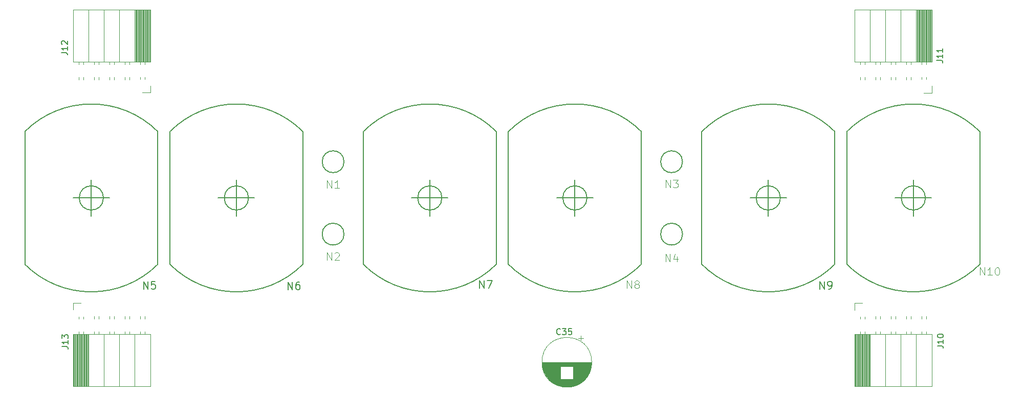
<source format=gbr>
G04 #@! TF.GenerationSoftware,KiCad,Pcbnew,(5.1.7)-1*
G04 #@! TF.CreationDate,2020-11-21T17:16:51+01:00*
G04 #@! TF.ProjectId,nixie_clock,6e697869-655f-4636-9c6f-636b2e6b6963,100A*
G04 #@! TF.SameCoordinates,Original*
G04 #@! TF.FileFunction,Legend,Top*
G04 #@! TF.FilePolarity,Positive*
%FSLAX46Y46*%
G04 Gerber Fmt 4.6, Leading zero omitted, Abs format (unit mm)*
G04 Created by KiCad (PCBNEW (5.1.7)-1) date 2020-11-21 17:16:51*
%MOMM*%
%LPD*%
G01*
G04 APERTURE LIST*
%ADD10C,0.150000*%
%ADD11C,0.120000*%
%ADD12C,0.127000*%
%ADD13C,0.088900*%
G04 APERTURE END LIST*
D10*
X116990000Y-56990000D02*
X116990000Y-62990000D01*
X113990000Y-59990000D02*
X119990000Y-59990000D01*
X118990000Y-59990000D02*
G75*
G03*
X118990000Y-59990000I-2000000J0D01*
G01*
X105990000Y-70990000D02*
X105990000Y-48990000D01*
X127990000Y-48990000D02*
X127990000Y-70990000D01*
X127990000Y-48990000D02*
G75*
G03*
X105990000Y-48990000I-11000000J-11000000D01*
G01*
X105990000Y-70990000D02*
G75*
G03*
X127990000Y-70990000I11000000J11000000D01*
G01*
D11*
X231950000Y-28820000D02*
X231950000Y-37450000D01*
X231831905Y-28820000D02*
X231831905Y-37450000D01*
X231713810Y-28820000D02*
X231713810Y-37450000D01*
X231595715Y-28820000D02*
X231595715Y-37450000D01*
X231477620Y-28820000D02*
X231477620Y-37450000D01*
X231359525Y-28820000D02*
X231359525Y-37450000D01*
X231241430Y-28820000D02*
X231241430Y-37450000D01*
X231123335Y-28820000D02*
X231123335Y-37450000D01*
X231005240Y-28820000D02*
X231005240Y-37450000D01*
X230887145Y-28820000D02*
X230887145Y-37450000D01*
X230769050Y-28820000D02*
X230769050Y-37450000D01*
X230650955Y-28820000D02*
X230650955Y-37450000D01*
X230532860Y-28820000D02*
X230532860Y-37450000D01*
X230414765Y-28820000D02*
X230414765Y-37450000D01*
X230296670Y-28820000D02*
X230296670Y-37450000D01*
X230178575Y-28820000D02*
X230178575Y-37450000D01*
X230060480Y-28820000D02*
X230060480Y-37450000D01*
X229942385Y-28820000D02*
X229942385Y-37450000D01*
X229824290Y-28820000D02*
X229824290Y-37450000D01*
X229706195Y-28820000D02*
X229706195Y-37450000D01*
X229588100Y-28820000D02*
X229588100Y-37450000D01*
X231100000Y-37450000D02*
X231100000Y-37860000D01*
X231100000Y-39960000D02*
X231100000Y-40340000D01*
X230380000Y-37450000D02*
X230380000Y-37860000D01*
X230380000Y-39960000D02*
X230380000Y-40340000D01*
X228560000Y-37450000D02*
X228560000Y-37860000D01*
X228560000Y-39960000D02*
X228560000Y-40400000D01*
X227840000Y-37450000D02*
X227840000Y-37860000D01*
X227840000Y-39960000D02*
X227840000Y-40400000D01*
X226020000Y-37450000D02*
X226020000Y-37860000D01*
X226020000Y-39960000D02*
X226020000Y-40400000D01*
X225300000Y-37450000D02*
X225300000Y-37860000D01*
X225300000Y-39960000D02*
X225300000Y-40400000D01*
X223480000Y-37450000D02*
X223480000Y-37860000D01*
X223480000Y-39960000D02*
X223480000Y-40400000D01*
X222760000Y-37450000D02*
X222760000Y-37860000D01*
X222760000Y-39960000D02*
X222760000Y-40400000D01*
X220940000Y-37450000D02*
X220940000Y-37860000D01*
X220940000Y-39960000D02*
X220940000Y-40400000D01*
X220220000Y-37450000D02*
X220220000Y-37860000D01*
X220220000Y-39960000D02*
X220220000Y-40400000D01*
X229470000Y-28820000D02*
X229470000Y-37450000D01*
X226930000Y-28820000D02*
X226930000Y-37450000D01*
X224390000Y-28820000D02*
X224390000Y-37450000D01*
X221850000Y-28820000D02*
X221850000Y-37450000D01*
X232070000Y-28820000D02*
X232070000Y-37450000D01*
X232070000Y-37450000D02*
X219250000Y-37450000D01*
X219250000Y-28820000D02*
X219250000Y-37450000D01*
X232070000Y-28820000D02*
X219250000Y-28820000D01*
X232070000Y-42560000D02*
X230740000Y-42560000D01*
X232070000Y-41450000D02*
X232070000Y-42560000D01*
D10*
X92990000Y-56990000D02*
X92990000Y-62990000D01*
X89990000Y-59990000D02*
X95990000Y-59990000D01*
X94990000Y-59990000D02*
G75*
G03*
X94990000Y-59990000I-2000000J0D01*
G01*
X81990000Y-70990000D02*
X81990000Y-48990000D01*
X103990000Y-48990000D02*
X103990000Y-70990000D01*
X103990000Y-48990000D02*
G75*
G03*
X81990000Y-48990000I-11000000J-11000000D01*
G01*
X81990000Y-70990000D02*
G75*
G03*
X103990000Y-70990000I11000000J11000000D01*
G01*
D11*
X102650000Y-28810000D02*
X102650000Y-37440000D01*
X102531905Y-28810000D02*
X102531905Y-37440000D01*
X102413810Y-28810000D02*
X102413810Y-37440000D01*
X102295715Y-28810000D02*
X102295715Y-37440000D01*
X102177620Y-28810000D02*
X102177620Y-37440000D01*
X102059525Y-28810000D02*
X102059525Y-37440000D01*
X101941430Y-28810000D02*
X101941430Y-37440000D01*
X101823335Y-28810000D02*
X101823335Y-37440000D01*
X101705240Y-28810000D02*
X101705240Y-37440000D01*
X101587145Y-28810000D02*
X101587145Y-37440000D01*
X101469050Y-28810000D02*
X101469050Y-37440000D01*
X101350955Y-28810000D02*
X101350955Y-37440000D01*
X101232860Y-28810000D02*
X101232860Y-37440000D01*
X101114765Y-28810000D02*
X101114765Y-37440000D01*
X100996670Y-28810000D02*
X100996670Y-37440000D01*
X100878575Y-28810000D02*
X100878575Y-37440000D01*
X100760480Y-28810000D02*
X100760480Y-37440000D01*
X100642385Y-28810000D02*
X100642385Y-37440000D01*
X100524290Y-28810000D02*
X100524290Y-37440000D01*
X100406195Y-28810000D02*
X100406195Y-37440000D01*
X100288100Y-28810000D02*
X100288100Y-37440000D01*
X101800000Y-37440000D02*
X101800000Y-37850000D01*
X101800000Y-39950000D02*
X101800000Y-40330000D01*
X101080000Y-37440000D02*
X101080000Y-37850000D01*
X101080000Y-39950000D02*
X101080000Y-40330000D01*
X99260000Y-37440000D02*
X99260000Y-37850000D01*
X99260000Y-39950000D02*
X99260000Y-40390000D01*
X98540000Y-37440000D02*
X98540000Y-37850000D01*
X98540000Y-39950000D02*
X98540000Y-40390000D01*
X96720000Y-37440000D02*
X96720000Y-37850000D01*
X96720000Y-39950000D02*
X96720000Y-40390000D01*
X96000000Y-37440000D02*
X96000000Y-37850000D01*
X96000000Y-39950000D02*
X96000000Y-40390000D01*
X94180000Y-37440000D02*
X94180000Y-37850000D01*
X94180000Y-39950000D02*
X94180000Y-40390000D01*
X93460000Y-37440000D02*
X93460000Y-37850000D01*
X93460000Y-39950000D02*
X93460000Y-40390000D01*
X91640000Y-37440000D02*
X91640000Y-37850000D01*
X91640000Y-39950000D02*
X91640000Y-40390000D01*
X90920000Y-37440000D02*
X90920000Y-37850000D01*
X90920000Y-39950000D02*
X90920000Y-40390000D01*
X100170000Y-28810000D02*
X100170000Y-37440000D01*
X97630000Y-28810000D02*
X97630000Y-37440000D01*
X95090000Y-28810000D02*
X95090000Y-37440000D01*
X92550000Y-28810000D02*
X92550000Y-37440000D01*
X102770000Y-28810000D02*
X102770000Y-37440000D01*
X102770000Y-37440000D02*
X89950000Y-37440000D01*
X89950000Y-28810000D02*
X89950000Y-37440000D01*
X102770000Y-28810000D02*
X89950000Y-28810000D01*
X102770000Y-42550000D02*
X101440000Y-42550000D01*
X102770000Y-41440000D02*
X102770000Y-42550000D01*
X175780000Y-87230000D02*
G75*
G03*
X175780000Y-87230000I-4120000J0D01*
G01*
X175740000Y-87230000D02*
X167580000Y-87230000D01*
X175740000Y-87270000D02*
X167580000Y-87270000D01*
X175740000Y-87310000D02*
X167580000Y-87310000D01*
X175739000Y-87350000D02*
X167581000Y-87350000D01*
X175737000Y-87390000D02*
X167583000Y-87390000D01*
X175736000Y-87430000D02*
X167584000Y-87430000D01*
X175734000Y-87470000D02*
X167586000Y-87470000D01*
X175731000Y-87510000D02*
X167589000Y-87510000D01*
X175728000Y-87550000D02*
X167592000Y-87550000D01*
X175725000Y-87590000D02*
X167595000Y-87590000D01*
X175721000Y-87630000D02*
X167599000Y-87630000D01*
X175717000Y-87670000D02*
X167603000Y-87670000D01*
X175712000Y-87710000D02*
X167608000Y-87710000D01*
X175708000Y-87750000D02*
X167612000Y-87750000D01*
X175702000Y-87790000D02*
X167618000Y-87790000D01*
X175697000Y-87830000D02*
X167623000Y-87830000D01*
X175690000Y-87870000D02*
X167630000Y-87870000D01*
X175684000Y-87910000D02*
X167636000Y-87910000D01*
X175677000Y-87951000D02*
X172700000Y-87951000D01*
X170620000Y-87951000D02*
X167643000Y-87951000D01*
X175670000Y-87991000D02*
X172700000Y-87991000D01*
X170620000Y-87991000D02*
X167650000Y-87991000D01*
X175662000Y-88031000D02*
X172700000Y-88031000D01*
X170620000Y-88031000D02*
X167658000Y-88031000D01*
X175654000Y-88071000D02*
X172700000Y-88071000D01*
X170620000Y-88071000D02*
X167666000Y-88071000D01*
X175645000Y-88111000D02*
X172700000Y-88111000D01*
X170620000Y-88111000D02*
X167675000Y-88111000D01*
X175636000Y-88151000D02*
X172700000Y-88151000D01*
X170620000Y-88151000D02*
X167684000Y-88151000D01*
X175627000Y-88191000D02*
X172700000Y-88191000D01*
X170620000Y-88191000D02*
X167693000Y-88191000D01*
X175617000Y-88231000D02*
X172700000Y-88231000D01*
X170620000Y-88231000D02*
X167703000Y-88231000D01*
X175607000Y-88271000D02*
X172700000Y-88271000D01*
X170620000Y-88271000D02*
X167713000Y-88271000D01*
X175596000Y-88311000D02*
X172700000Y-88311000D01*
X170620000Y-88311000D02*
X167724000Y-88311000D01*
X175585000Y-88351000D02*
X172700000Y-88351000D01*
X170620000Y-88351000D02*
X167735000Y-88351000D01*
X175574000Y-88391000D02*
X172700000Y-88391000D01*
X170620000Y-88391000D02*
X167746000Y-88391000D01*
X175562000Y-88431000D02*
X172700000Y-88431000D01*
X170620000Y-88431000D02*
X167758000Y-88431000D01*
X175549000Y-88471000D02*
X172700000Y-88471000D01*
X170620000Y-88471000D02*
X167771000Y-88471000D01*
X175537000Y-88511000D02*
X172700000Y-88511000D01*
X170620000Y-88511000D02*
X167783000Y-88511000D01*
X175523000Y-88551000D02*
X172700000Y-88551000D01*
X170620000Y-88551000D02*
X167797000Y-88551000D01*
X175510000Y-88591000D02*
X172700000Y-88591000D01*
X170620000Y-88591000D02*
X167810000Y-88591000D01*
X175495000Y-88631000D02*
X172700000Y-88631000D01*
X170620000Y-88631000D02*
X167825000Y-88631000D01*
X175481000Y-88671000D02*
X172700000Y-88671000D01*
X170620000Y-88671000D02*
X167839000Y-88671000D01*
X175465000Y-88711000D02*
X172700000Y-88711000D01*
X170620000Y-88711000D02*
X167855000Y-88711000D01*
X175450000Y-88751000D02*
X172700000Y-88751000D01*
X170620000Y-88751000D02*
X167870000Y-88751000D01*
X175434000Y-88791000D02*
X172700000Y-88791000D01*
X170620000Y-88791000D02*
X167886000Y-88791000D01*
X175417000Y-88831000D02*
X172700000Y-88831000D01*
X170620000Y-88831000D02*
X167903000Y-88831000D01*
X175400000Y-88871000D02*
X172700000Y-88871000D01*
X170620000Y-88871000D02*
X167920000Y-88871000D01*
X175382000Y-88911000D02*
X172700000Y-88911000D01*
X170620000Y-88911000D02*
X167938000Y-88911000D01*
X175364000Y-88951000D02*
X172700000Y-88951000D01*
X170620000Y-88951000D02*
X167956000Y-88951000D01*
X175346000Y-88991000D02*
X172700000Y-88991000D01*
X170620000Y-88991000D02*
X167974000Y-88991000D01*
X175326000Y-89031000D02*
X172700000Y-89031000D01*
X170620000Y-89031000D02*
X167994000Y-89031000D01*
X175307000Y-89071000D02*
X172700000Y-89071000D01*
X170620000Y-89071000D02*
X168013000Y-89071000D01*
X175287000Y-89111000D02*
X172700000Y-89111000D01*
X170620000Y-89111000D02*
X168033000Y-89111000D01*
X175266000Y-89151000D02*
X172700000Y-89151000D01*
X170620000Y-89151000D02*
X168054000Y-89151000D01*
X175244000Y-89191000D02*
X172700000Y-89191000D01*
X170620000Y-89191000D02*
X168076000Y-89191000D01*
X175222000Y-89231000D02*
X172700000Y-89231000D01*
X170620000Y-89231000D02*
X168098000Y-89231000D01*
X175200000Y-89271000D02*
X172700000Y-89271000D01*
X170620000Y-89271000D02*
X168120000Y-89271000D01*
X175177000Y-89311000D02*
X172700000Y-89311000D01*
X170620000Y-89311000D02*
X168143000Y-89311000D01*
X175153000Y-89351000D02*
X172700000Y-89351000D01*
X170620000Y-89351000D02*
X168167000Y-89351000D01*
X175129000Y-89391000D02*
X172700000Y-89391000D01*
X170620000Y-89391000D02*
X168191000Y-89391000D01*
X175104000Y-89431000D02*
X172700000Y-89431000D01*
X170620000Y-89431000D02*
X168216000Y-89431000D01*
X175078000Y-89471000D02*
X172700000Y-89471000D01*
X170620000Y-89471000D02*
X168242000Y-89471000D01*
X175052000Y-89511000D02*
X172700000Y-89511000D01*
X170620000Y-89511000D02*
X168268000Y-89511000D01*
X175025000Y-89551000D02*
X172700000Y-89551000D01*
X170620000Y-89551000D02*
X168295000Y-89551000D01*
X174998000Y-89591000D02*
X172700000Y-89591000D01*
X170620000Y-89591000D02*
X168322000Y-89591000D01*
X174969000Y-89631000D02*
X172700000Y-89631000D01*
X170620000Y-89631000D02*
X168351000Y-89631000D01*
X174940000Y-89671000D02*
X172700000Y-89671000D01*
X170620000Y-89671000D02*
X168380000Y-89671000D01*
X174910000Y-89711000D02*
X172700000Y-89711000D01*
X170620000Y-89711000D02*
X168410000Y-89711000D01*
X174880000Y-89751000D02*
X172700000Y-89751000D01*
X170620000Y-89751000D02*
X168440000Y-89751000D01*
X174849000Y-89791000D02*
X172700000Y-89791000D01*
X170620000Y-89791000D02*
X168471000Y-89791000D01*
X174816000Y-89831000D02*
X172700000Y-89831000D01*
X170620000Y-89831000D02*
X168504000Y-89831000D01*
X174784000Y-89871000D02*
X172700000Y-89871000D01*
X170620000Y-89871000D02*
X168536000Y-89871000D01*
X174750000Y-89911000D02*
X172700000Y-89911000D01*
X170620000Y-89911000D02*
X168570000Y-89911000D01*
X174715000Y-89951000D02*
X172700000Y-89951000D01*
X170620000Y-89951000D02*
X168605000Y-89951000D01*
X174679000Y-89991000D02*
X172700000Y-89991000D01*
X170620000Y-89991000D02*
X168641000Y-89991000D01*
X174643000Y-90031000D02*
X168677000Y-90031000D01*
X174605000Y-90071000D02*
X168715000Y-90071000D01*
X174567000Y-90111000D02*
X168753000Y-90111000D01*
X174527000Y-90151000D02*
X168793000Y-90151000D01*
X174486000Y-90191000D02*
X168834000Y-90191000D01*
X174444000Y-90231000D02*
X168876000Y-90231000D01*
X174401000Y-90271000D02*
X168919000Y-90271000D01*
X174357000Y-90311000D02*
X168963000Y-90311000D01*
X174311000Y-90351000D02*
X169009000Y-90351000D01*
X174264000Y-90391000D02*
X169056000Y-90391000D01*
X174216000Y-90431000D02*
X169104000Y-90431000D01*
X174165000Y-90471000D02*
X169155000Y-90471000D01*
X174114000Y-90511000D02*
X169206000Y-90511000D01*
X174060000Y-90551000D02*
X169260000Y-90551000D01*
X174005000Y-90591000D02*
X169315000Y-90591000D01*
X173947000Y-90631000D02*
X169373000Y-90631000D01*
X173888000Y-90671000D02*
X169432000Y-90671000D01*
X173826000Y-90711000D02*
X169494000Y-90711000D01*
X173762000Y-90751000D02*
X169558000Y-90751000D01*
X173694000Y-90791000D02*
X169626000Y-90791000D01*
X173624000Y-90831000D02*
X169696000Y-90831000D01*
X173550000Y-90871000D02*
X169770000Y-90871000D01*
X173473000Y-90911000D02*
X169847000Y-90911000D01*
X173391000Y-90951000D02*
X169929000Y-90951000D01*
X173305000Y-90991000D02*
X170015000Y-90991000D01*
X173212000Y-91031000D02*
X170108000Y-91031000D01*
X173113000Y-91071000D02*
X170207000Y-91071000D01*
X173006000Y-91111000D02*
X170314000Y-91111000D01*
X172889000Y-91151000D02*
X170431000Y-91151000D01*
X172758000Y-91191000D02*
X170562000Y-91191000D01*
X172608000Y-91231000D02*
X170712000Y-91231000D01*
X172428000Y-91271000D02*
X170892000Y-91271000D01*
X172193000Y-91311000D02*
X171127000Y-91311000D01*
X173975000Y-82820302D02*
X173975000Y-83620302D01*
X174375000Y-83220302D02*
X173575000Y-83220302D01*
X90070000Y-91170000D02*
X90070000Y-82540000D01*
X90188095Y-91170000D02*
X90188095Y-82540000D01*
X90306190Y-91170000D02*
X90306190Y-82540000D01*
X90424285Y-91170000D02*
X90424285Y-82540000D01*
X90542380Y-91170000D02*
X90542380Y-82540000D01*
X90660475Y-91170000D02*
X90660475Y-82540000D01*
X90778570Y-91170000D02*
X90778570Y-82540000D01*
X90896665Y-91170000D02*
X90896665Y-82540000D01*
X91014760Y-91170000D02*
X91014760Y-82540000D01*
X91132855Y-91170000D02*
X91132855Y-82540000D01*
X91250950Y-91170000D02*
X91250950Y-82540000D01*
X91369045Y-91170000D02*
X91369045Y-82540000D01*
X91487140Y-91170000D02*
X91487140Y-82540000D01*
X91605235Y-91170000D02*
X91605235Y-82540000D01*
X91723330Y-91170000D02*
X91723330Y-82540000D01*
X91841425Y-91170000D02*
X91841425Y-82540000D01*
X91959520Y-91170000D02*
X91959520Y-82540000D01*
X92077615Y-91170000D02*
X92077615Y-82540000D01*
X92195710Y-91170000D02*
X92195710Y-82540000D01*
X92313805Y-91170000D02*
X92313805Y-82540000D01*
X92431900Y-91170000D02*
X92431900Y-82540000D01*
X90920000Y-82540000D02*
X90920000Y-82130000D01*
X90920000Y-80030000D02*
X90920000Y-79650000D01*
X91640000Y-82540000D02*
X91640000Y-82130000D01*
X91640000Y-80030000D02*
X91640000Y-79650000D01*
X93460000Y-82540000D02*
X93460000Y-82130000D01*
X93460000Y-80030000D02*
X93460000Y-79590000D01*
X94180000Y-82540000D02*
X94180000Y-82130000D01*
X94180000Y-80030000D02*
X94180000Y-79590000D01*
X96000000Y-82540000D02*
X96000000Y-82130000D01*
X96000000Y-80030000D02*
X96000000Y-79590000D01*
X96720000Y-82540000D02*
X96720000Y-82130000D01*
X96720000Y-80030000D02*
X96720000Y-79590000D01*
X98540000Y-82540000D02*
X98540000Y-82130000D01*
X98540000Y-80030000D02*
X98540000Y-79590000D01*
X99260000Y-82540000D02*
X99260000Y-82130000D01*
X99260000Y-80030000D02*
X99260000Y-79590000D01*
X101080000Y-82540000D02*
X101080000Y-82130000D01*
X101080000Y-80030000D02*
X101080000Y-79590000D01*
X101800000Y-82540000D02*
X101800000Y-82130000D01*
X101800000Y-80030000D02*
X101800000Y-79590000D01*
X92550000Y-91170000D02*
X92550000Y-82540000D01*
X95090000Y-91170000D02*
X95090000Y-82540000D01*
X97630000Y-91170000D02*
X97630000Y-82540000D01*
X100170000Y-91170000D02*
X100170000Y-82540000D01*
X89950000Y-91170000D02*
X89950000Y-82540000D01*
X89950000Y-82540000D02*
X102770000Y-82540000D01*
X102770000Y-91170000D02*
X102770000Y-82540000D01*
X89950000Y-91170000D02*
X102770000Y-91170000D01*
X89950000Y-77430000D02*
X91280000Y-77430000D01*
X89950000Y-78540000D02*
X89950000Y-77430000D01*
X219360000Y-91180000D02*
X219360000Y-82550000D01*
X219478095Y-91180000D02*
X219478095Y-82550000D01*
X219596190Y-91180000D02*
X219596190Y-82550000D01*
X219714285Y-91180000D02*
X219714285Y-82550000D01*
X219832380Y-91180000D02*
X219832380Y-82550000D01*
X219950475Y-91180000D02*
X219950475Y-82550000D01*
X220068570Y-91180000D02*
X220068570Y-82550000D01*
X220186665Y-91180000D02*
X220186665Y-82550000D01*
X220304760Y-91180000D02*
X220304760Y-82550000D01*
X220422855Y-91180000D02*
X220422855Y-82550000D01*
X220540950Y-91180000D02*
X220540950Y-82550000D01*
X220659045Y-91180000D02*
X220659045Y-82550000D01*
X220777140Y-91180000D02*
X220777140Y-82550000D01*
X220895235Y-91180000D02*
X220895235Y-82550000D01*
X221013330Y-91180000D02*
X221013330Y-82550000D01*
X221131425Y-91180000D02*
X221131425Y-82550000D01*
X221249520Y-91180000D02*
X221249520Y-82550000D01*
X221367615Y-91180000D02*
X221367615Y-82550000D01*
X221485710Y-91180000D02*
X221485710Y-82550000D01*
X221603805Y-91180000D02*
X221603805Y-82550000D01*
X221721900Y-91180000D02*
X221721900Y-82550000D01*
X220210000Y-82550000D02*
X220210000Y-82140000D01*
X220210000Y-80040000D02*
X220210000Y-79660000D01*
X220930000Y-82550000D02*
X220930000Y-82140000D01*
X220930000Y-80040000D02*
X220930000Y-79660000D01*
X222750000Y-82550000D02*
X222750000Y-82140000D01*
X222750000Y-80040000D02*
X222750000Y-79600000D01*
X223470000Y-82550000D02*
X223470000Y-82140000D01*
X223470000Y-80040000D02*
X223470000Y-79600000D01*
X225290000Y-82550000D02*
X225290000Y-82140000D01*
X225290000Y-80040000D02*
X225290000Y-79600000D01*
X226010000Y-82550000D02*
X226010000Y-82140000D01*
X226010000Y-80040000D02*
X226010000Y-79600000D01*
X227830000Y-82550000D02*
X227830000Y-82140000D01*
X227830000Y-80040000D02*
X227830000Y-79600000D01*
X228550000Y-82550000D02*
X228550000Y-82140000D01*
X228550000Y-80040000D02*
X228550000Y-79600000D01*
X230370000Y-82550000D02*
X230370000Y-82140000D01*
X230370000Y-80040000D02*
X230370000Y-79600000D01*
X231090000Y-82550000D02*
X231090000Y-82140000D01*
X231090000Y-80040000D02*
X231090000Y-79600000D01*
X221840000Y-91180000D02*
X221840000Y-82550000D01*
X224380000Y-91180000D02*
X224380000Y-82550000D01*
X226920000Y-91180000D02*
X226920000Y-82550000D01*
X229460000Y-91180000D02*
X229460000Y-82550000D01*
X219240000Y-91180000D02*
X219240000Y-82550000D01*
X219240000Y-82550000D02*
X232060000Y-82550000D01*
X232060000Y-91180000D02*
X232060000Y-82550000D01*
X219240000Y-91180000D02*
X232060000Y-91180000D01*
X219240000Y-77440000D02*
X220570000Y-77440000D01*
X219240000Y-78550000D02*
X219240000Y-77440000D01*
D10*
X204990000Y-56990000D02*
X204990000Y-62990000D01*
X201990000Y-59990000D02*
X207990000Y-59990000D01*
X206990000Y-59990000D02*
G75*
G03*
X206990000Y-59990000I-2000000J0D01*
G01*
X193990000Y-70990000D02*
X193990000Y-48990000D01*
X215990000Y-48990000D02*
X215990000Y-70990000D01*
X215990000Y-48990000D02*
G75*
G03*
X193990000Y-48990000I-11000000J-11000000D01*
G01*
X193990000Y-70990000D02*
G75*
G03*
X215990000Y-70990000I11000000J11000000D01*
G01*
X148990000Y-56990000D02*
X148990000Y-62990000D01*
X145990000Y-59990000D02*
X151990000Y-59990000D01*
X150990000Y-59990000D02*
G75*
G03*
X150990000Y-59990000I-2000000J0D01*
G01*
X137990000Y-70990000D02*
X137990000Y-48990000D01*
X159990000Y-48990000D02*
X159990000Y-70990000D01*
X159990000Y-48990000D02*
G75*
G03*
X137990000Y-48990000I-11000000J-11000000D01*
G01*
X137990000Y-70990000D02*
G75*
G03*
X159990000Y-70990000I11000000J11000000D01*
G01*
D12*
X190796828Y-53990000D02*
G75*
G03*
X190796828Y-53990000I-1806828J0D01*
G01*
X190796828Y-65990000D02*
G75*
G03*
X190796828Y-65990000I-1806828J0D01*
G01*
X134796828Y-53990000D02*
G75*
G03*
X134796828Y-53990000I-1806828J0D01*
G01*
X134796828Y-65990000D02*
G75*
G03*
X134796828Y-65990000I-1806828J0D01*
G01*
D10*
X228990000Y-56990000D02*
X228990000Y-62990000D01*
X225990000Y-59990000D02*
X231990000Y-59990000D01*
X230990000Y-59990000D02*
G75*
G03*
X230990000Y-59990000I-2000000J0D01*
G01*
X217990000Y-70990000D02*
X217990000Y-48990000D01*
X239990000Y-48990000D02*
X239990000Y-70990000D01*
X239990000Y-48990000D02*
G75*
G03*
X217990000Y-48990000I-11000000J-11000000D01*
G01*
X217990000Y-70990000D02*
G75*
G03*
X239990000Y-70990000I11000000J11000000D01*
G01*
X172990000Y-56990000D02*
X172990000Y-62990000D01*
X169990000Y-59990000D02*
X175990000Y-59990000D01*
X174990000Y-59990000D02*
G75*
G03*
X174990000Y-59990000I-2000000J0D01*
G01*
X161990000Y-70990000D02*
X161990000Y-48990000D01*
X183990000Y-48990000D02*
X183990000Y-70990000D01*
X183990000Y-48990000D02*
G75*
G03*
X161990000Y-48990000I-11000000J-11000000D01*
G01*
X161990000Y-70990000D02*
G75*
G03*
X183990000Y-70990000I11000000J11000000D01*
G01*
X125532380Y-75174523D02*
X125532380Y-73904523D01*
X126258095Y-75174523D01*
X126258095Y-73904523D01*
X127407142Y-73904523D02*
X127165238Y-73904523D01*
X127044285Y-73965000D01*
X126983809Y-74025476D01*
X126862857Y-74206904D01*
X126802380Y-74448809D01*
X126802380Y-74932619D01*
X126862857Y-75053571D01*
X126923333Y-75114047D01*
X127044285Y-75174523D01*
X127286190Y-75174523D01*
X127407142Y-75114047D01*
X127467619Y-75053571D01*
X127528095Y-74932619D01*
X127528095Y-74630238D01*
X127467619Y-74509285D01*
X127407142Y-74448809D01*
X127286190Y-74388333D01*
X127044285Y-74388333D01*
X126923333Y-74448809D01*
X126862857Y-74509285D01*
X126802380Y-74630238D01*
X232852380Y-37209523D02*
X233566666Y-37209523D01*
X233709523Y-37257142D01*
X233804761Y-37352380D01*
X233852380Y-37495238D01*
X233852380Y-37590476D01*
X233852380Y-36209523D02*
X233852380Y-36780952D01*
X233852380Y-36495238D02*
X232852380Y-36495238D01*
X232995238Y-36590476D01*
X233090476Y-36685714D01*
X233138095Y-36780952D01*
X233852380Y-35257142D02*
X233852380Y-35828571D01*
X233852380Y-35542857D02*
X232852380Y-35542857D01*
X232995238Y-35638095D01*
X233090476Y-35733333D01*
X233138095Y-35828571D01*
X101632380Y-75074523D02*
X101632380Y-73804523D01*
X102358095Y-75074523D01*
X102358095Y-73804523D01*
X103567619Y-73804523D02*
X102962857Y-73804523D01*
X102902380Y-74409285D01*
X102962857Y-74348809D01*
X103083809Y-74288333D01*
X103386190Y-74288333D01*
X103507142Y-74348809D01*
X103567619Y-74409285D01*
X103628095Y-74530238D01*
X103628095Y-74832619D01*
X103567619Y-74953571D01*
X103507142Y-75014047D01*
X103386190Y-75074523D01*
X103083809Y-75074523D01*
X102962857Y-75014047D01*
X102902380Y-74953571D01*
X88052380Y-35909523D02*
X88766666Y-35909523D01*
X88909523Y-35957142D01*
X89004761Y-36052380D01*
X89052380Y-36195238D01*
X89052380Y-36290476D01*
X89052380Y-34909523D02*
X89052380Y-35480952D01*
X89052380Y-35195238D02*
X88052380Y-35195238D01*
X88195238Y-35290476D01*
X88290476Y-35385714D01*
X88338095Y-35480952D01*
X88147619Y-34528571D02*
X88100000Y-34480952D01*
X88052380Y-34385714D01*
X88052380Y-34147619D01*
X88100000Y-34052380D01*
X88147619Y-34004761D01*
X88242857Y-33957142D01*
X88338095Y-33957142D01*
X88480952Y-34004761D01*
X89052380Y-34576190D01*
X89052380Y-33957142D01*
X170577142Y-82557142D02*
X170529523Y-82604761D01*
X170386666Y-82652380D01*
X170291428Y-82652380D01*
X170148571Y-82604761D01*
X170053333Y-82509523D01*
X170005714Y-82414285D01*
X169958095Y-82223809D01*
X169958095Y-82080952D01*
X170005714Y-81890476D01*
X170053333Y-81795238D01*
X170148571Y-81700000D01*
X170291428Y-81652380D01*
X170386666Y-81652380D01*
X170529523Y-81700000D01*
X170577142Y-81747619D01*
X170910476Y-81652380D02*
X171529523Y-81652380D01*
X171196190Y-82033333D01*
X171339047Y-82033333D01*
X171434285Y-82080952D01*
X171481904Y-82128571D01*
X171529523Y-82223809D01*
X171529523Y-82461904D01*
X171481904Y-82557142D01*
X171434285Y-82604761D01*
X171339047Y-82652380D01*
X171053333Y-82652380D01*
X170958095Y-82604761D01*
X170910476Y-82557142D01*
X172434285Y-81652380D02*
X171958095Y-81652380D01*
X171910476Y-82128571D01*
X171958095Y-82080952D01*
X172053333Y-82033333D01*
X172291428Y-82033333D01*
X172386666Y-82080952D01*
X172434285Y-82128571D01*
X172481904Y-82223809D01*
X172481904Y-82461904D01*
X172434285Y-82557142D01*
X172386666Y-82604761D01*
X172291428Y-82652380D01*
X172053333Y-82652380D01*
X171958095Y-82604761D01*
X171910476Y-82557142D01*
X88152380Y-84609523D02*
X88866666Y-84609523D01*
X89009523Y-84657142D01*
X89104761Y-84752380D01*
X89152380Y-84895238D01*
X89152380Y-84990476D01*
X89152380Y-83609523D02*
X89152380Y-84180952D01*
X89152380Y-83895238D02*
X88152380Y-83895238D01*
X88295238Y-83990476D01*
X88390476Y-84085714D01*
X88438095Y-84180952D01*
X88152380Y-83276190D02*
X88152380Y-82657142D01*
X88533333Y-82990476D01*
X88533333Y-82847619D01*
X88580952Y-82752380D01*
X88628571Y-82704761D01*
X88723809Y-82657142D01*
X88961904Y-82657142D01*
X89057142Y-82704761D01*
X89104761Y-82752380D01*
X89152380Y-82847619D01*
X89152380Y-83133333D01*
X89104761Y-83228571D01*
X89057142Y-83276190D01*
X232952380Y-84509523D02*
X233666666Y-84509523D01*
X233809523Y-84557142D01*
X233904761Y-84652380D01*
X233952380Y-84795238D01*
X233952380Y-84890476D01*
X233952380Y-83509523D02*
X233952380Y-84080952D01*
X233952380Y-83795238D02*
X232952380Y-83795238D01*
X233095238Y-83890476D01*
X233190476Y-83985714D01*
X233238095Y-84080952D01*
X232952380Y-82890476D02*
X232952380Y-82795238D01*
X233000000Y-82700000D01*
X233047619Y-82652380D01*
X233142857Y-82604761D01*
X233333333Y-82557142D01*
X233571428Y-82557142D01*
X233761904Y-82604761D01*
X233857142Y-82652380D01*
X233904761Y-82700000D01*
X233952380Y-82795238D01*
X233952380Y-82890476D01*
X233904761Y-82985714D01*
X233857142Y-83033333D01*
X233761904Y-83080952D01*
X233571428Y-83128571D01*
X233333333Y-83128571D01*
X233142857Y-83080952D01*
X233047619Y-83033333D01*
X233000000Y-82985714D01*
X232952380Y-82890476D01*
X213532380Y-75074523D02*
X213532380Y-73804523D01*
X214258095Y-75074523D01*
X214258095Y-73804523D01*
X214923333Y-75074523D02*
X215165238Y-75074523D01*
X215286190Y-75014047D01*
X215346666Y-74953571D01*
X215467619Y-74772142D01*
X215528095Y-74530238D01*
X215528095Y-74046428D01*
X215467619Y-73925476D01*
X215407142Y-73865000D01*
X215286190Y-73804523D01*
X215044285Y-73804523D01*
X214923333Y-73865000D01*
X214862857Y-73925476D01*
X214802380Y-74046428D01*
X214802380Y-74348809D01*
X214862857Y-74469761D01*
X214923333Y-74530238D01*
X215044285Y-74590714D01*
X215286190Y-74590714D01*
X215407142Y-74530238D01*
X215467619Y-74469761D01*
X215528095Y-74348809D01*
X157232380Y-74974523D02*
X157232380Y-73704523D01*
X157958095Y-74974523D01*
X157958095Y-73704523D01*
X158441904Y-73704523D02*
X159288571Y-73704523D01*
X158744285Y-74974523D01*
D13*
X188032380Y-58274523D02*
X188032380Y-57004523D01*
X188758095Y-58274523D01*
X188758095Y-57004523D01*
X189241904Y-57004523D02*
X190028095Y-57004523D01*
X189604761Y-57488333D01*
X189786190Y-57488333D01*
X189907142Y-57548809D01*
X189967619Y-57609285D01*
X190028095Y-57730238D01*
X190028095Y-58032619D01*
X189967619Y-58153571D01*
X189907142Y-58214047D01*
X189786190Y-58274523D01*
X189423333Y-58274523D01*
X189302380Y-58214047D01*
X189241904Y-58153571D01*
X188022380Y-70564523D02*
X188022380Y-69294523D01*
X188748095Y-70564523D01*
X188748095Y-69294523D01*
X189897142Y-69717857D02*
X189897142Y-70564523D01*
X189594761Y-69234047D02*
X189292380Y-70141190D01*
X190078571Y-70141190D01*
X132022380Y-58364523D02*
X132022380Y-57094523D01*
X132748095Y-58364523D01*
X132748095Y-57094523D01*
X134018095Y-58364523D02*
X133292380Y-58364523D01*
X133655238Y-58364523D02*
X133655238Y-57094523D01*
X133534285Y-57275952D01*
X133413333Y-57396904D01*
X133292380Y-57457380D01*
X132002380Y-70314523D02*
X132002380Y-69044523D01*
X132728095Y-70314523D01*
X132728095Y-69044523D01*
X133272380Y-69165476D02*
X133332857Y-69105000D01*
X133453809Y-69044523D01*
X133756190Y-69044523D01*
X133877142Y-69105000D01*
X133937619Y-69165476D01*
X133998095Y-69286428D01*
X133998095Y-69407380D01*
X133937619Y-69588809D01*
X133211904Y-70314523D01*
X133998095Y-70314523D01*
X240027619Y-72774523D02*
X240027619Y-71504523D01*
X240753333Y-72774523D01*
X240753333Y-71504523D01*
X242023333Y-72774523D02*
X241297619Y-72774523D01*
X241660476Y-72774523D02*
X241660476Y-71504523D01*
X241539523Y-71685952D01*
X241418571Y-71806904D01*
X241297619Y-71867380D01*
X242809523Y-71504523D02*
X242930476Y-71504523D01*
X243051428Y-71565000D01*
X243111904Y-71625476D01*
X243172380Y-71746428D01*
X243232857Y-71988333D01*
X243232857Y-72290714D01*
X243172380Y-72532619D01*
X243111904Y-72653571D01*
X243051428Y-72714047D01*
X242930476Y-72774523D01*
X242809523Y-72774523D01*
X242688571Y-72714047D01*
X242628095Y-72653571D01*
X242567619Y-72532619D01*
X242507142Y-72290714D01*
X242507142Y-71988333D01*
X242567619Y-71746428D01*
X242628095Y-71625476D01*
X242688571Y-71565000D01*
X242809523Y-71504523D01*
X181622380Y-74964523D02*
X181622380Y-73694523D01*
X182348095Y-74964523D01*
X182348095Y-73694523D01*
X183134285Y-74238809D02*
X183013333Y-74178333D01*
X182952857Y-74117857D01*
X182892380Y-73996904D01*
X182892380Y-73936428D01*
X182952857Y-73815476D01*
X183013333Y-73755000D01*
X183134285Y-73694523D01*
X183376190Y-73694523D01*
X183497142Y-73755000D01*
X183557619Y-73815476D01*
X183618095Y-73936428D01*
X183618095Y-73996904D01*
X183557619Y-74117857D01*
X183497142Y-74178333D01*
X183376190Y-74238809D01*
X183134285Y-74238809D01*
X183013333Y-74299285D01*
X182952857Y-74359761D01*
X182892380Y-74480714D01*
X182892380Y-74722619D01*
X182952857Y-74843571D01*
X183013333Y-74904047D01*
X183134285Y-74964523D01*
X183376190Y-74964523D01*
X183497142Y-74904047D01*
X183557619Y-74843571D01*
X183618095Y-74722619D01*
X183618095Y-74480714D01*
X183557619Y-74359761D01*
X183497142Y-74299285D01*
X183376190Y-74238809D01*
M02*

</source>
